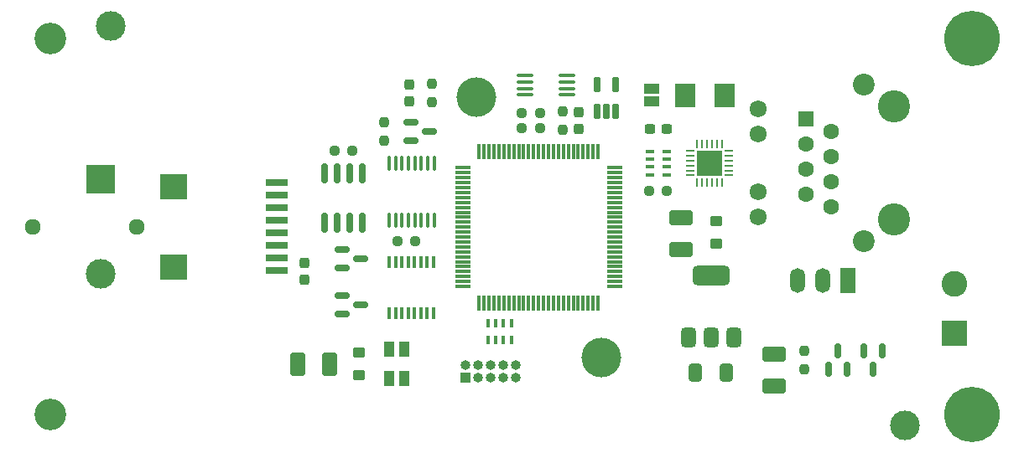
<source format=gbr>
G04 #@! TF.GenerationSoftware,KiCad,Pcbnew,8.0.2*
G04 #@! TF.CreationDate,2024-07-12T07:55:03+02:00*
G04 #@! TF.ProjectId,ETH1HMSR-SMS,45544831-484d-4535-922d-534d532e6b69,rev?*
G04 #@! TF.SameCoordinates,Original*
G04 #@! TF.FileFunction,Soldermask,Top*
G04 #@! TF.FilePolarity,Negative*
%FSLAX46Y46*%
G04 Gerber Fmt 4.6, Leading zero omitted, Abs format (unit mm)*
G04 Created by KiCad (PCBNEW 8.0.2) date 2024-07-12 07:55:03*
%MOMM*%
%LPD*%
G01*
G04 APERTURE LIST*
G04 Aperture macros list*
%AMRoundRect*
0 Rectangle with rounded corners*
0 $1 Rounding radius*
0 $2 $3 $4 $5 $6 $7 $8 $9 X,Y pos of 4 corners*
0 Add a 4 corners polygon primitive as box body*
4,1,4,$2,$3,$4,$5,$6,$7,$8,$9,$2,$3,0*
0 Add four circle primitives for the rounded corners*
1,1,$1+$1,$2,$3*
1,1,$1+$1,$4,$5*
1,1,$1+$1,$6,$7*
1,1,$1+$1,$8,$9*
0 Add four rect primitives between the rounded corners*
20,1,$1+$1,$2,$3,$4,$5,0*
20,1,$1+$1,$4,$5,$6,$7,0*
20,1,$1+$1,$6,$7,$8,$9,0*
20,1,$1+$1,$8,$9,$2,$3,0*%
%AMOutline4P*
0 Free polygon, 4 corners , with rotation*
0 The origin of the aperture is its center*
0 number of corners: always 4*
0 $1 to $8 corner X, Y*
0 $9 Rotation angle, in degrees counterclockwise*
0 create outline with 4 corners*
4,1,4,$1,$2,$3,$4,$5,$6,$7,$8,$1,$2,$9*%
%AMFreePoly0*
4,1,29,0.178017,0.779942,0.347107,0.720775,0.498792,0.625465,0.625465,0.498792,0.720775,0.347107,0.779942,0.178017,0.800000,0.000000,0.779942,-0.178017,0.720775,-0.347107,0.625465,-0.498792,0.498792,-0.625465,0.347107,-0.720775,0.178017,-0.779942,0.000000,-0.800000,-0.178017,-0.779942,-0.347107,-0.720775,-0.498792,-0.625465,-0.625465,-0.498792,-0.720775,-0.347107,-0.779942,-0.178017,
-0.800000,0.000000,-0.779942,0.178017,-0.720775,0.347107,-0.625465,0.498792,-0.498792,0.625465,-0.347107,0.720775,-0.178017,0.779942,0.000000,0.800000,0.178017,0.779942,0.178017,0.779942,$1*%
G04 Aperture macros list end*
%ADD10RoundRect,0.150000X-0.587500X-0.150000X0.587500X-0.150000X0.587500X0.150000X-0.587500X0.150000X0*%
%ADD11RoundRect,0.100000X0.100000X-0.637500X0.100000X0.637500X-0.100000X0.637500X-0.100000X-0.637500X0*%
%ADD12RoundRect,0.237500X-0.237500X0.250000X-0.237500X-0.250000X0.237500X-0.250000X0.237500X0.250000X0*%
%ADD13R,2.600000X2.600000*%
%ADD14C,2.600000*%
%ADD15RoundRect,0.237500X-0.237500X0.300000X-0.237500X-0.300000X0.237500X-0.300000X0.237500X0.300000X0*%
%ADD16RoundRect,0.250000X-0.350000X0.275000X-0.350000X-0.275000X0.350000X-0.275000X0.350000X0.275000X0*%
%ADD17R,1.100000X1.500000*%
%ADD18R,0.400000X0.900000*%
%ADD19RoundRect,0.250000X0.412500X0.650000X-0.412500X0.650000X-0.412500X-0.650000X0.412500X-0.650000X0*%
%ADD20C,3.250000*%
%ADD21RoundRect,0.248000X0.552000X-0.552000X0.552000X0.552000X-0.552000X0.552000X-0.552000X-0.552000X0*%
%ADD22C,1.600000*%
%ADD23C,1.720000*%
%ADD24C,2.200000*%
%ADD25RoundRect,0.150000X-0.150000X0.587500X-0.150000X-0.587500X0.150000X-0.587500X0.150000X0.587500X0*%
%ADD26C,5.600000*%
%ADD27C,3.000000*%
%ADD28RoundRect,0.250001X0.499999X0.924999X-0.499999X0.924999X-0.499999X-0.924999X0.499999X-0.924999X0*%
%ADD29RoundRect,0.237500X-0.250000X-0.237500X0.250000X-0.237500X0.250000X0.237500X-0.250000X0.237500X0*%
%ADD30RoundRect,0.150000X0.150000X-0.825000X0.150000X0.825000X-0.150000X0.825000X-0.150000X-0.825000X0*%
%ADD31RoundRect,0.237500X0.300000X0.237500X-0.300000X0.237500X-0.300000X-0.237500X0.300000X-0.237500X0*%
%ADD32R,2.000000X2.400000*%
%ADD33FreePoly0,270.000000*%
%ADD34R,3.000000X3.000000*%
%ADD35RoundRect,0.250000X0.350000X-0.275000X0.350000X0.275000X-0.350000X0.275000X-0.350000X-0.275000X0*%
%ADD36R,1.000000X1.000000*%
%ADD37O,1.000000X1.000000*%
%ADD38C,3.200000*%
%ADD39RoundRect,0.075000X-0.075000X0.725000X-0.075000X-0.725000X0.075000X-0.725000X0.075000X0.725000X0*%
%ADD40RoundRect,0.075000X-0.725000X0.075000X-0.725000X-0.075000X0.725000X-0.075000X0.725000X0.075000X0*%
%ADD41RoundRect,0.237500X0.250000X0.237500X-0.250000X0.237500X-0.250000X-0.237500X0.250000X-0.237500X0*%
%ADD42RoundRect,0.062500X-0.062500X0.375000X-0.062500X-0.375000X0.062500X-0.375000X0.062500X0.375000X0*%
%ADD43RoundRect,0.062500X-0.375000X0.062500X-0.375000X-0.062500X0.375000X-0.062500X0.375000X0.062500X0*%
%ADD44R,2.500000X2.500000*%
%ADD45RoundRect,0.375000X0.375000X-0.625000X0.375000X0.625000X-0.375000X0.625000X-0.375000X-0.625000X0*%
%ADD46RoundRect,0.500000X1.400000X-0.500000X1.400000X0.500000X-1.400000X0.500000X-1.400000X-0.500000X0*%
%ADD47C,4.000000*%
%ADD48Outline4P,-1.270000X-1.350000X1.270000X-1.350000X1.270000X1.350000X-1.270000X1.350000X270.000000*%
%ADD49Outline4P,-0.380000X-1.100000X0.380000X-1.100000X0.380000X1.100000X-0.380000X1.100000X270.000000*%
%ADD50RoundRect,0.150000X0.150000X-0.587500X0.150000X0.587500X-0.150000X0.587500X-0.150000X-0.587500X0*%
%ADD51RoundRect,0.237500X0.237500X-0.250000X0.237500X0.250000X-0.237500X0.250000X-0.237500X-0.250000X0*%
%ADD52R,0.900000X0.400000*%
%ADD53RoundRect,0.250001X-0.924999X0.499999X-0.924999X-0.499999X0.924999X-0.499999X0.924999X0.499999X0*%
%ADD54R,1.500000X1.000000*%
%ADD55RoundRect,0.100000X-0.712500X-0.100000X0.712500X-0.100000X0.712500X0.100000X-0.712500X0.100000X0*%
%ADD56RoundRect,0.237500X0.237500X-0.300000X0.237500X0.300000X-0.237500X0.300000X-0.237500X-0.300000X0*%
%ADD57RoundRect,0.162500X0.162500X-0.617500X0.162500X0.617500X-0.162500X0.617500X-0.162500X-0.617500X0*%
%ADD58RoundRect,0.250001X0.924999X-0.499999X0.924999X0.499999X-0.924999X0.499999X-0.924999X-0.499999X0*%
%ADD59R,1.500000X2.500000*%
%ADD60O,1.500000X2.500000*%
%ADD61R,0.400000X1.200000*%
G04 APERTURE END LIST*
D10*
G04 #@! TO.C,RN502*
X132920500Y-89474000D03*
X132920500Y-91374000D03*
X134795500Y-90424000D03*
G04 #@! TD*
D11*
G04 #@! TO.C,U503*
X137679000Y-81856500D03*
X138329000Y-81856500D03*
X138979000Y-81856500D03*
X139629000Y-81856500D03*
X140279000Y-81856500D03*
X140929000Y-81856500D03*
X141579000Y-81856500D03*
X142229000Y-81856500D03*
X142229000Y-76131500D03*
X141579000Y-76131500D03*
X140929000Y-76131500D03*
X140279000Y-76131500D03*
X139629000Y-76131500D03*
X138979000Y-76131500D03*
X138329000Y-76131500D03*
X137679000Y-76131500D03*
G04 #@! TD*
D12*
G04 #@! TO.C,R408*
X155194000Y-70842500D03*
X155194000Y-72667500D03*
G04 #@! TD*
D13*
G04 #@! TO.C,J201*
X194800000Y-93300000D03*
D14*
X194800000Y-88300000D03*
G04 #@! TD*
D15*
G04 #@! TO.C,C512*
X139700000Y-68098500D03*
X139700000Y-69823500D03*
G04 #@! TD*
D16*
G04 #@! TO.C,FB301*
X170688000Y-81908000D03*
X170688000Y-84208000D03*
G04 #@! TD*
D17*
G04 #@! TO.C,D401*
X137680000Y-97893000D03*
X137680000Y-94893000D03*
X139180000Y-94893000D03*
X139180000Y-97893000D03*
G04 #@! TD*
D18*
G04 #@! TO.C,RN401*
X150044000Y-92241000D03*
X149244000Y-92241000D03*
X148444000Y-92241000D03*
X147644000Y-92241000D03*
X147644000Y-93941000D03*
X148444000Y-93941000D03*
X149244000Y-93941000D03*
X150044000Y-93941000D03*
G04 #@! TD*
D19*
G04 #@! TO.C,C204*
X171742500Y-97282000D03*
X168617500Y-97282000D03*
G04 #@! TD*
D20*
G04 #@! TO.C,J301*
X188690000Y-70330000D03*
X188690000Y-81760000D03*
D21*
X179800000Y-71600000D03*
D22*
X182340000Y-72870000D03*
X179800000Y-74140000D03*
X182340000Y-75410000D03*
X179800000Y-76680000D03*
X182340000Y-77950000D03*
X179800000Y-79220000D03*
X182340000Y-80490000D03*
D23*
X174970000Y-70580000D03*
X174970000Y-73120000D03*
X174970000Y-78970000D03*
X174970000Y-81510000D03*
D24*
X185640000Y-68145000D03*
X185640000Y-83945000D03*
G04 #@! TD*
D25*
G04 #@! TO.C,Q201*
X187513000Y-95074500D03*
X185613000Y-95074500D03*
X186563000Y-96949500D03*
G04 #@! TD*
D15*
G04 #@! TO.C,C504*
X129159000Y-86132500D03*
X129159000Y-87857500D03*
G04 #@! TD*
D26*
G04 #@! TO.C,H103*
X196500000Y-63500000D03*
G04 #@! TD*
D27*
G04 #@! TO.C,FID101*
X109601000Y-62230000D03*
G04 #@! TD*
D28*
G04 #@! TO.C,C506*
X131673000Y-96393000D03*
X128423000Y-96393000D03*
G04 #@! TD*
D29*
G04 #@! TO.C,R302*
X163933500Y-78867000D03*
X165758500Y-78867000D03*
G04 #@! TD*
D30*
G04 #@! TO.C,U504*
X131191000Y-82104000D03*
X132461000Y-82104000D03*
X133731000Y-82104000D03*
X135001000Y-82104000D03*
X135001000Y-77154000D03*
X133731000Y-77154000D03*
X132461000Y-77154000D03*
X131191000Y-77154000D03*
G04 #@! TD*
D31*
G04 #@! TO.C,C303*
X165708500Y-72644000D03*
X163983500Y-72644000D03*
G04 #@! TD*
D32*
G04 #@! TO.C,Y301*
X171545000Y-69215000D03*
X167545000Y-69215000D03*
G04 #@! TD*
D33*
G04 #@! TO.C,J501*
X112170000Y-82500000D03*
X101670000Y-82500000D03*
D34*
X108570000Y-77740000D03*
D27*
X108570000Y-87260000D03*
G04 #@! TD*
D35*
G04 #@! TO.C,FB501*
X134620000Y-97543000D03*
X134620000Y-95243000D03*
G04 #@! TD*
D36*
G04 #@! TO.C,J401*
X145405000Y-97780000D03*
D37*
X145405000Y-96510000D03*
X146675000Y-97780000D03*
X146675000Y-96510000D03*
X147945000Y-97780000D03*
X147945000Y-96510000D03*
X149215000Y-97780000D03*
X149215000Y-96510000D03*
X150485000Y-97780000D03*
X150485000Y-96510000D03*
G04 #@! TD*
D38*
G04 #@! TO.C,H101*
X103500000Y-63500000D03*
G04 #@! TD*
D39*
G04 #@! TO.C,U403*
X158781000Y-74875000D03*
X158281000Y-74875000D03*
X157781000Y-74875000D03*
X157281000Y-74875000D03*
X156781000Y-74875000D03*
X156281000Y-74875000D03*
X155781000Y-74875000D03*
X155281000Y-74875000D03*
X154781000Y-74875000D03*
X154281000Y-74875000D03*
X153781000Y-74875000D03*
X153281000Y-74875000D03*
X152781000Y-74875000D03*
X152281000Y-74875000D03*
X151781000Y-74875000D03*
X151281000Y-74875000D03*
X150781000Y-74875000D03*
X150281000Y-74875000D03*
X149781000Y-74875000D03*
X149281000Y-74875000D03*
X148781000Y-74875000D03*
X148281000Y-74875000D03*
X147781000Y-74875000D03*
X147281000Y-74875000D03*
X146781000Y-74875000D03*
D40*
X145106000Y-76550000D03*
X145106000Y-77050000D03*
X145106000Y-77550000D03*
X145106000Y-78050000D03*
X145106000Y-78550000D03*
X145106000Y-79050000D03*
X145106000Y-79550000D03*
X145106000Y-80050000D03*
X145106000Y-80550000D03*
X145106000Y-81050000D03*
X145106000Y-81550000D03*
X145106000Y-82050000D03*
X145106000Y-82550000D03*
X145106000Y-83050000D03*
X145106000Y-83550000D03*
X145106000Y-84050000D03*
X145106000Y-84550000D03*
X145106000Y-85050000D03*
X145106000Y-85550000D03*
X145106000Y-86050000D03*
X145106000Y-86550000D03*
X145106000Y-87050000D03*
X145106000Y-87550000D03*
X145106000Y-88050000D03*
X145106000Y-88550000D03*
D39*
X146781000Y-90225000D03*
X147281000Y-90225000D03*
X147781000Y-90225000D03*
X148281000Y-90225000D03*
X148781000Y-90225000D03*
X149281000Y-90225000D03*
X149781000Y-90225000D03*
X150281000Y-90225000D03*
X150781000Y-90225000D03*
X151281000Y-90225000D03*
X151781000Y-90225000D03*
X152281000Y-90225000D03*
X152781000Y-90225000D03*
X153281000Y-90225000D03*
X153781000Y-90225000D03*
X154281000Y-90225000D03*
X154781000Y-90225000D03*
X155281000Y-90225000D03*
X155781000Y-90225000D03*
X156281000Y-90225000D03*
X156781000Y-90225000D03*
X157281000Y-90225000D03*
X157781000Y-90225000D03*
X158281000Y-90225000D03*
X158781000Y-90225000D03*
D40*
X160456000Y-88550000D03*
X160456000Y-88050000D03*
X160456000Y-87550000D03*
X160456000Y-87050000D03*
X160456000Y-86550000D03*
X160456000Y-86050000D03*
X160456000Y-85550000D03*
X160456000Y-85050000D03*
X160456000Y-84550000D03*
X160456000Y-84050000D03*
X160456000Y-83550000D03*
X160456000Y-83050000D03*
X160456000Y-82550000D03*
X160456000Y-82050000D03*
X160456000Y-81550000D03*
X160456000Y-81050000D03*
X160456000Y-80550000D03*
X160456000Y-80050000D03*
X160456000Y-79550000D03*
X160456000Y-79050000D03*
X160456000Y-78550000D03*
X160456000Y-78050000D03*
X160456000Y-77550000D03*
X160456000Y-77050000D03*
X160456000Y-76550000D03*
G04 #@! TD*
D26*
G04 #@! TO.C,H104*
X196500000Y-101500000D03*
G04 #@! TD*
D38*
G04 #@! TO.C,H102*
X103500000Y-101500000D03*
G04 #@! TD*
D41*
G04 #@! TO.C,R403*
X152931500Y-70993000D03*
X151106500Y-70993000D03*
G04 #@! TD*
D10*
G04 #@! TO.C,D501*
X139905500Y-71948000D03*
X139905500Y-73848000D03*
X141780500Y-72898000D03*
G04 #@! TD*
D42*
G04 #@! TO.C,U301*
X171303000Y-74135500D03*
X170803000Y-74135500D03*
X170303000Y-74135500D03*
X169803000Y-74135500D03*
X169303000Y-74135500D03*
X168803000Y-74135500D03*
D43*
X168115500Y-74823000D03*
X168115500Y-75323000D03*
X168115500Y-75823000D03*
X168115500Y-76323000D03*
X168115500Y-76823000D03*
X168115500Y-77323000D03*
D42*
X168803000Y-78010500D03*
X169303000Y-78010500D03*
X169803000Y-78010500D03*
X170303000Y-78010500D03*
X170803000Y-78010500D03*
X171303000Y-78010500D03*
D43*
X171990500Y-77323000D03*
X171990500Y-76823000D03*
X171990500Y-76323000D03*
X171990500Y-75823000D03*
X171990500Y-75323000D03*
X171990500Y-74823000D03*
D44*
X170053000Y-76073000D03*
G04 #@! TD*
D41*
G04 #@! TO.C,R402*
X152931500Y-72517000D03*
X151106500Y-72517000D03*
G04 #@! TD*
D45*
G04 #@! TO.C,U202*
X167880000Y-93701000D03*
X170180000Y-93701000D03*
D46*
X170180000Y-87401000D03*
D45*
X172480000Y-93701000D03*
G04 #@! TD*
D47*
G04 #@! TO.C,HS101*
X159101000Y-95710000D03*
X146461000Y-69390000D03*
G04 #@! TD*
D12*
G04 #@! TO.C,R201*
X179578000Y-95099500D03*
X179578000Y-96924500D03*
G04 #@! TD*
D48*
G04 #@! TO.C,U501*
X115950000Y-78440000D03*
X115950000Y-86580000D03*
D49*
X126380000Y-86945000D03*
X126380000Y-85675000D03*
X126380000Y-84405000D03*
X126380000Y-83135000D03*
X126380000Y-81865000D03*
X126380000Y-80595000D03*
X126380000Y-79325000D03*
X126380000Y-78055000D03*
G04 #@! TD*
D50*
G04 #@! TO.C,Q202*
X182057000Y-96949500D03*
X183957000Y-96949500D03*
X183007000Y-95074500D03*
G04 #@! TD*
D51*
G04 #@! TO.C,R501*
X137160000Y-73810500D03*
X137160000Y-71985500D03*
G04 #@! TD*
D10*
G04 #@! TO.C,RN501*
X132920500Y-84775000D03*
X132920500Y-86675000D03*
X134795500Y-85725000D03*
G04 #@! TD*
D52*
G04 #@! TO.C,RN301*
X163996000Y-74873000D03*
X163996000Y-75673000D03*
X163996000Y-76473000D03*
X163996000Y-77273000D03*
X165696000Y-77273000D03*
X165696000Y-76473000D03*
X165696000Y-75673000D03*
X165696000Y-74873000D03*
G04 #@! TD*
D29*
G04 #@! TO.C,R506*
X132183500Y-74803000D03*
X134008500Y-74803000D03*
G04 #@! TD*
D53*
G04 #@! TO.C,C203*
X176530000Y-95403000D03*
X176530000Y-98653000D03*
G04 #@! TD*
D54*
G04 #@! TO.C,JP401*
X164211000Y-68565000D03*
X164211000Y-69865000D03*
G04 #@! TD*
D55*
G04 #@! TO.C,U401*
X151430500Y-67224000D03*
X151430500Y-67874000D03*
X151430500Y-68524000D03*
X151430500Y-69174000D03*
X155655500Y-69174000D03*
X155655500Y-68524000D03*
X155655500Y-67874000D03*
X155655500Y-67224000D03*
G04 #@! TD*
D56*
G04 #@! TO.C,C413*
X156845000Y-72617500D03*
X156845000Y-70892500D03*
G04 #@! TD*
D57*
G04 #@! TO.C,U402*
X158689000Y-70819000D03*
X159639000Y-70819000D03*
X160589000Y-70819000D03*
X160589000Y-68119000D03*
X158689000Y-68119000D03*
G04 #@! TD*
D58*
G04 #@! TO.C,C205*
X167132000Y-84810000D03*
X167132000Y-81560000D03*
G04 #@! TD*
D41*
G04 #@! TO.C,R511*
X140358500Y-83947000D03*
X138533500Y-83947000D03*
G04 #@! TD*
D51*
G04 #@! TO.C,R515*
X141986000Y-69873500D03*
X141986000Y-68048500D03*
G04 #@! TD*
D59*
G04 #@! TO.C,U201*
X184032500Y-87917500D03*
D60*
X181492500Y-87917500D03*
X178952500Y-87917500D03*
G04 #@! TD*
D27*
G04 #@! TO.C,FID102*
X189738000Y-102616000D03*
G04 #@! TD*
D61*
G04 #@! TO.C,U502*
X137731500Y-91246000D03*
X138366500Y-91246000D03*
X139001500Y-91246000D03*
X139636500Y-91246000D03*
X140271500Y-91246000D03*
X140906500Y-91246000D03*
X141541500Y-91246000D03*
X142176500Y-91246000D03*
X142176500Y-86046000D03*
X141541500Y-86046000D03*
X140906500Y-86046000D03*
X140271500Y-86046000D03*
X139636500Y-86046000D03*
X139001500Y-86046000D03*
X138366500Y-86046000D03*
X137731500Y-86046000D03*
G04 #@! TD*
M02*

</source>
